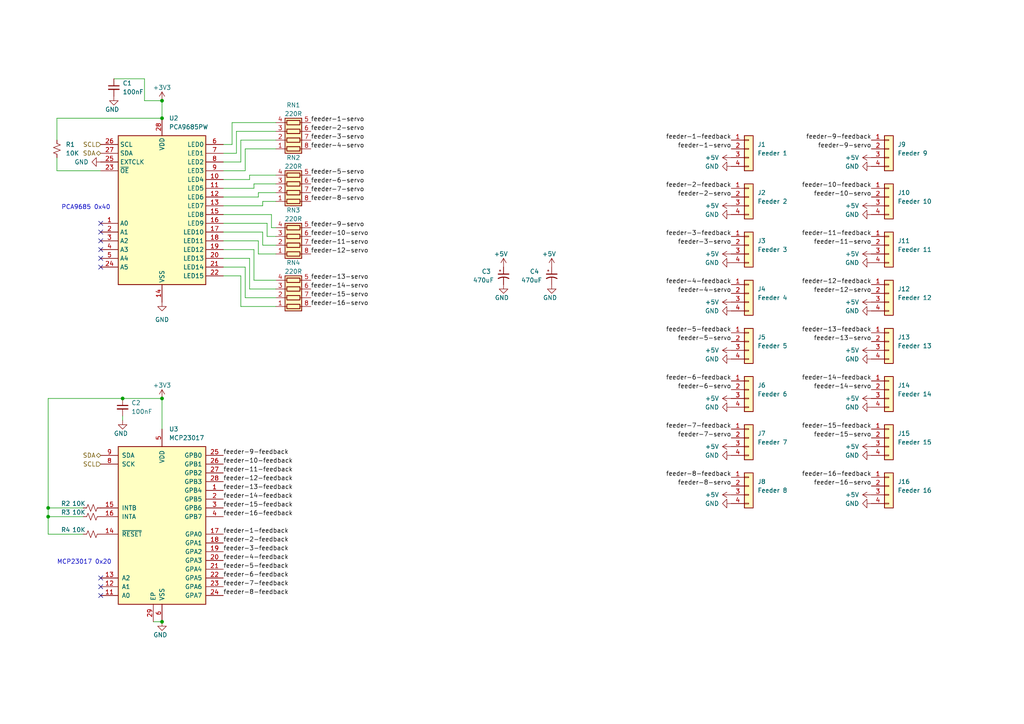
<source format=kicad_sch>
(kicad_sch (version 20211123) (generator eeschema)
  (paper "A4")
  (lib_symbols
    (symbol "Connector_Generic:Conn_01x04" (pin_names (offset 1.016) hide)
      (property "Reference" "J" (at 0 5.08 0))
      (property "Value" "Conn_01x04" (at 0 -7.62 0))
      (symbol "Conn_01x04_1_1"
        (rectangle (start -1.27 -4.953) (end 0 -5.207) (stroke (width 0.1524)))
        (rectangle (start -1.27 -2.413) (end 0 -2.667) (stroke (width 0.1524)))
        (rectangle (start -1.27 0.127) (end 0 -0.127) (stroke (width 0.1524)))
        (rectangle (start -1.27 2.667) (end 0 2.413) (stroke (width 0.1524)))
        (rectangle (start -1.27 3.81) (end 1.27 -6.35) (stroke (width 0.254)) (fill (type background)))
        (pin passive line (at -5.08 2.54 0) (length 3.81) (name "Pin_1") (number "1"))
        (pin passive line (at -5.08 0 0) (length 3.81) (name "Pin_2") (number "2"))
        (pin passive line (at -5.08 -2.54 0) (length 3.81) (name "Pin_3") (number "3"))
        (pin passive line (at -5.08 -5.08 0) (length 3.81) (name "Pin_4") (number "4"))
      )
    )
    (symbol "Device:C_Polarized_Small_US" (pin_numbers hide) (pin_names (offset 0.254) hide)
      (property "Reference" "C" (at 0.254 1.778 0))
      (property "Value" "C_Polarized_Small_US" (at 0.254 -2.032 0))
      (symbol "C_Polarized_Small_US_0_1"
        (polyline (pts (xy -1.524 0.508) (xy 1.524 0.508)) (stroke (width 0.3048)))
        (polyline (pts (xy -1.27 1.524) (xy -0.762 1.524)))
        (polyline (pts (xy -1.016 1.27) (xy -1.016 1.778)))
        (arc (start 1.524 -0.762) (mid 0 -0.3734) (end -1.524 -0.762) (stroke (width 0.3048)))
      )
      (symbol "C_Polarized_Small_US_1_1"
        (pin passive line (at 0 2.54 270) (length 2.032) (name "~") (number "1"))
        (pin passive line (at 0 -2.54 90) (length 2.032) (name "~") (number "2"))
      )
    )
    (symbol "Device:C_Small" (pin_numbers hide) (pin_names (offset 0.254) hide)
      (property "Reference" "C" (at 0.254 1.778 0))
      (property "Value" "C_Small" (at 0.254 -2.032 0))
      (symbol "C_Small_0_1"
        (polyline (pts (xy -1.524 -0.508) (xy 1.524 -0.508)) (stroke (width 0.3302)))
        (polyline (pts (xy -1.524 0.508) (xy 1.524 0.508)) (stroke (width 0.3048)))
      )
      (symbol "C_Small_1_1"
        (pin passive line (at 0 2.54 270) (length 2.032) (name "~") (number "1"))
        (pin passive line (at 0 -2.54 90) (length 2.032) (name "~") (number "2"))
      )
    )
    (symbol "Device:R_Pack04" (pin_names (offset 0) hide)
      (property "Reference" "RN" (at -7.62 0 90))
      (property "Value" "R_Pack04" (at 5.08 0 90))
      (symbol "R_Pack04_0_1"
        (rectangle (start -6.35 -2.413) (end 3.81 2.413) (stroke (width 0.254)) (fill (type background)))
        (rectangle (start -5.715 1.905) (end -4.445 -1.905) (stroke (width 0.254)))
        (rectangle (start -3.175 1.905) (end -1.905 -1.905) (stroke (width 0.254)))
        (rectangle (start -0.635 1.905) (end 0.635 -1.905) (stroke (width 0.254)))
        (polyline (pts (xy -5.08 -2.54) (xy -5.08 -1.905)))
        (polyline (pts (xy -5.08 1.905) (xy -5.08 2.54)))
        (polyline (pts (xy -2.54 -2.54) (xy -2.54 -1.905)))
        (polyline (pts (xy -2.54 1.905) (xy -2.54 2.54)))
        (polyline (pts (xy 0 -2.54) (xy 0 -1.905)))
        (polyline (pts (xy 0 1.905) (xy 0 2.54)))
        (polyline (pts (xy 2.54 -2.54) (xy 2.54 -1.905)))
        (polyline (pts (xy 2.54 1.905) (xy 2.54 2.54)))
        (rectangle (start 1.905 1.905) (end 3.175 -1.905) (stroke (width 0.254)))
      )
      (symbol "R_Pack04_1_1"
        (pin passive line (at -5.08 -5.08 90) (length 2.54) (name "R1.1") (number "1"))
        (pin passive line (at -2.54 -5.08 90) (length 2.54) (name "R2.1") (number "2"))
        (pin passive line (at 0 -5.08 90) (length 2.54) (name "R3.1") (number "3"))
        (pin passive line (at 2.54 -5.08 90) (length 2.54) (name "R4.1") (number "4"))
        (pin passive line (at 2.54 5.08 270) (length 2.54) (name "R4.2") (number "5"))
        (pin passive line (at 0 5.08 270) (length 2.54) (name "R3.2") (number "6"))
        (pin passive line (at -2.54 5.08 270) (length 2.54) (name "R2.2") (number "7"))
        (pin passive line (at -5.08 5.08 270) (length 2.54) (name "R1.2") (number "8"))
      )
    )
    (symbol "Device:R_Small_US" (pin_numbers hide) (pin_names (offset 0.254) hide)
      (property "Reference" "R" (at 0.762 0.508 0))
      (property "Value" "R_Small_US" (at 0.762 -1.016 0))
      (symbol "R_Small_US_1_1"
        (polyline (pts (xy 0 0) (xy 1.016 -0.381) (xy 0 -0.762) (xy -1.016 -1.143) (xy 0 -1.524)))
        (polyline (pts (xy 0 1.524) (xy 1.016 1.143) (xy 0 0.762) (xy -1.016 0.381) (xy 0 0)))
        (pin passive line (at 0 2.54 270) (length 1.016) (name "~") (number "1"))
        (pin passive line (at 0 -2.54 90) (length 1.016) (name "~") (number "2"))
      )
    )
    (symbol "Driver_LED:PCA9685PW"
      (property "Reference" "U" (at -12.7 22.225 0))
      (property "Value" "PCA9685PW" (at 1.27 22.225 0))
      (symbol "PCA9685PW_0_1"
        (rectangle (start -12.7 20.32) (end 12.7 -22.86) (stroke (width 0.254)) (fill (type background)))
      )
      (symbol "PCA9685PW_1_1"
        (pin input line (at -17.78 -5.08 0) (length 5.08) (name "A0") (number "1"))
        (pin output line (at 17.78 7.62 180) (length 5.08) (name "LED4") (number "10"))
        (pin output line (at 17.78 5.08 180) (length 5.08) (name "LED5") (number "11"))
        (pin output line (at 17.78 2.54 180) (length 5.08) (name "LED6") (number "12"))
        (pin output line (at 17.78 0 180) (length 5.08) (name "LED7") (number "13"))
        (pin power_in line (at 0 -27.94 90) (length 5.08) (name "VSS") (number "14"))
        (pin output line (at 17.78 -2.54 180) (length 5.08) (name "LED8") (number "15"))
        (pin output line (at 17.78 -5.08 180) (length 5.08) (name "LED9") (number "16"))
        (pin output line (at 17.78 -7.62 180) (length 5.08) (name "LED10") (number "17"))
        (pin output line (at 17.78 -10.16 180) (length 5.08) (name "LED11") (number "18"))
        (pin output line (at 17.78 -12.7 180) (length 5.08) (name "LED12") (number "19"))
        (pin input line (at -17.78 -7.62 0) (length 5.08) (name "A1") (number "2"))
        (pin output line (at 17.78 -15.24 180) (length 5.08) (name "LED13") (number "20"))
        (pin output line (at 17.78 -17.78 180) (length 5.08) (name "LED14") (number "21"))
        (pin output line (at 17.78 -20.32 180) (length 5.08) (name "LED15") (number "22"))
        (pin input line (at -17.78 10.16 0) (length 5.08) (name "~{OE}") (number "23"))
        (pin input line (at -17.78 -17.78 0) (length 5.08) (name "A5") (number "24"))
        (pin input line (at -17.78 12.7 0) (length 5.08) (name "EXTCLK") (number "25"))
        (pin input line (at -17.78 17.78 0) (length 5.08) (name "SCL") (number "26"))
        (pin bidirectional line (at -17.78 15.24 0) (length 5.08) (name "SDA") (number "27"))
        (pin power_in line (at 0 25.4 270) (length 5.08) (name "VDD") (number "28"))
        (pin input line (at -17.78 -10.16 0) (length 5.08) (name "A2") (number "3"))
        (pin input line (at -17.78 -12.7 0) (length 5.08) (name "A3") (number "4"))
        (pin input line (at -17.78 -15.24 0) (length 5.08) (name "A4") (number "5"))
        (pin output line (at 17.78 17.78 180) (length 5.08) (name "LED0") (number "6"))
        (pin output line (at 17.78 15.24 180) (length 5.08) (name "LED1") (number "7"))
        (pin output line (at 17.78 12.7 180) (length 5.08) (name "LED2") (number "8"))
        (pin output line (at 17.78 10.16 180) (length 5.08) (name "LED3") (number "9"))
      )
    )
    (symbol "Interface_Expansion:MCP23017_ML" (pin_names (offset 1.016))
      (property "Reference" "U" (at -11.43 24.13 0))
      (property "Value" "MCP23017_ML" (at 0 0 0))
      (symbol "MCP23017_ML_0_1"
        (rectangle (start -12.7 22.86) (end 12.7 -22.86) (stroke (width 0.254)) (fill (type background)))
      )
      (symbol "MCP23017_ML_1_1"
        (pin bidirectional line (at 17.78 10.16 180) (length 5.08) (name "GPB4") (number "1"))
        (pin no_connect line (at -12.7 12.7 0) (length 5.08) hide (name "NC") (number "10"))
        (pin input line (at -17.78 -20.32 0) (length 5.08) (name "A0") (number "11"))
        (pin input line (at -17.78 -17.78 0) (length 5.08) (name "A1") (number "12"))
        (pin input line (at -17.78 -15.24 0) (length 5.08) (name "A2") (number "13"))
        (pin input line (at -17.78 -2.54 0) (length 5.08) (name "~{RESET}") (number "14"))
        (pin tri_state line (at -17.78 5.08 0) (length 5.08) (name "INTB") (number "15"))
        (pin tri_state line (at -17.78 2.54 0) (length 5.08) (name "INTA") (number "16"))
        (pin bidirectional line (at 17.78 -2.54 180) (length 5.08) (name "GPA0") (number "17"))
        (pin bidirectional line (at 17.78 -5.08 180) (length 5.08) (name "GPA1") (number "18"))
        (pin bidirectional line (at 17.78 -7.62 180) (length 5.08) (name "GPA2") (number "19"))
        (pin bidirectional line (at 17.78 7.62 180) (length 5.08) (name "GPB5") (number "2"))
        (pin bidirectional line (at 17.78 -10.16 180) (length 5.08) (name "GPA3") (number "20"))
        (pin bidirectional line (at 17.78 -12.7 180) (length 5.08) (name "GPA4") (number "21"))
        (pin bidirectional line (at 17.78 -15.24 180) (length 5.08) (name "GPA5") (number "22"))
        (pin bidirectional line (at 17.78 -17.78 180) (length 5.08) (name "GPA6") (number "23"))
        (pin bidirectional line (at 17.78 -20.32 180) (length 5.08) (name "GPA7") (number "24"))
        (pin bidirectional line (at 17.78 20.32 180) (length 5.08) (name "GPB0") (number "25"))
        (pin bidirectional line (at 17.78 17.78 180) (length 5.08) (name "GPB1") (number "26"))
        (pin bidirectional line (at 17.78 15.24 180) (length 5.08) (name "GPB2") (number "27"))
        (pin bidirectional line (at 17.78 12.7 180) (length 5.08) (name "GPB3") (number "28"))
        (pin passive line (at -2.54 -27.94 90) (length 5.08) (name "EP") (number "29"))
        (pin bidirectional line (at 17.78 5.08 180) (length 5.08) (name "GPB6") (number "3"))
        (pin bidirectional line (at 17.78 2.54 180) (length 5.08) (name "GPB7") (number "4"))
        (pin power_in line (at 0 27.94 270) (length 5.08) (name "VDD") (number "5"))
        (pin power_in line (at 0 -27.94 90) (length 5.08) (name "VSS") (number "6"))
        (pin no_connect line (at -12.7 15.24 0) (length 5.08) hide (name "NC") (number "7"))
        (pin input line (at -17.78 17.78 0) (length 5.08) (name "SCK") (number "8"))
        (pin bidirectional line (at -17.78 20.32 0) (length 5.08) (name "SDA") (number "9"))
      )
    )
    (symbol "power:+3V3" (power) (pin_names (offset 0))
      (property "Value" "+3V3" (at 0 3.556 0))
      (symbol "+3V3_0_1"
        (polyline (pts (xy -0.762 1.27) (xy 0 2.54)))
        (polyline (pts (xy 0 0) (xy 0 2.54)))
        (polyline (pts (xy 0 2.54) (xy 0.762 1.27)))
      )
      (symbol "+3V3_1_1"
        (pin power_in line (at 0 0 90) (length 0) hide (name "+3V3") (number "1"))
      )
    )
    (symbol "power:+5V" (power) (pin_names (offset 0))
      (property "Value" "+5V" (at 0 3.556 0))
      (symbol "+5V_0_1"
        (polyline (pts (xy -0.762 1.27) (xy 0 2.54)))
        (polyline (pts (xy 0 0) (xy 0 2.54)))
        (polyline (pts (xy 0 2.54) (xy 0.762 1.27)))
      )
      (symbol "+5V_1_1"
        (pin power_in line (at 0 0 90) (length 0) hide (name "+5V") (number "1"))
      )
    )
    (symbol "power:GND" (power) (pin_names (offset 0))
      (property "Value" "GND" (at 0 -3.81 0))
      (symbol "GND_0_1"
        (polyline (pts (xy 0 0) (xy 0 -1.27) (xy 1.27 -1.27) (xy 0 -2.54) (xy -1.27 -1.27) (xy 0 -1.27)))
      )
      (symbol "GND_1_1"
        (pin power_in line (at 0 0 270) (length 0) hide (name "GND") (number "1"))
      )
    )
  )
  (junction (at 13.97 149.86))
  (junction (at 13.97 147.32))
  (junction (at 46.99 34.29))
  (junction (at 46.99 29.21))
  (junction (at 46.99 115.57))
  (junction (at 35.56 115.57))
  (junction (at 46.99 180.34))
  (no_connect (at 29.21 69.85))
  (no_connect (at 29.21 72.39))
  (no_connect (at 29.21 74.93))
  (no_connect (at 29.21 77.47))
  (no_connect (at 29.21 64.77))
  (no_connect (at 29.21 67.31))
  (no_connect (at 29.21 170.18))
  (no_connect (at 29.21 167.64))
  (no_connect (at 29.21 172.72))
  (wire (pts (xy 13.97 147.32) (xy 24.13 147.32)))
  (wire (pts (xy 13.97 149.86) (xy 13.97 154.94)))
  (wire (pts (xy 69.85 40.64) (xy 80.01 40.64)))
  (wire (pts (xy 78.74 66.04) (xy 80.01 66.04)))
  (wire (pts (xy 72.39 74.93) (xy 64.77 74.93)))
  (wire (pts (xy 73.66 54.61) (xy 64.77 54.61)))
  (wire (pts (xy 64.77 41.91) (xy 67.31 41.91)))
  (wire (pts (xy 74.93 57.15) (xy 74.93 55.88)))
  (wire (pts (xy 72.39 50.8) (xy 80.01 50.8)))
  (wire (pts (xy 80.01 58.42) (xy 76.2 58.42)))
  (wire (pts (xy 76.2 58.42) (xy 76.2 59.69)))
  (wire (pts (xy 76.2 59.69) (xy 64.77 59.69)))
  (wire (pts (xy 16.51 45.72) (xy 16.51 49.53)))
  (wire (pts (xy 80.01 53.34) (xy 73.66 53.34)))
  (wire (pts (xy 13.97 149.86) (xy 24.13 149.86)))
  (wire (pts (xy 69.85 80.01) (xy 64.77 80.01)))
  (wire (pts (xy 35.56 115.57) (xy 13.97 115.57)))
  (wire (pts (xy 35.56 121.92) (xy 35.56 120.65)))
  (wire (pts (xy 80.01 88.9) (xy 69.85 88.9)))
  (wire (pts (xy 74.93 73.66) (xy 80.01 73.66)))
  (wire (pts (xy 69.85 46.99) (xy 69.85 40.64)))
  (wire (pts (xy 80.01 68.58) (xy 77.47 68.58)))
  (wire (pts (xy 68.58 44.45) (xy 64.77 44.45)))
  (wire (pts (xy 77.47 64.77) (xy 64.77 64.77)))
  (wire (pts (xy 46.99 115.57) (xy 46.99 124.46)))
  (wire (pts (xy 74.93 55.88) (xy 80.01 55.88)))
  (wire (pts (xy 44.45 180.34) (xy 46.99 180.34)))
  (wire (pts (xy 77.47 68.58) (xy 77.47 64.77)))
  (wire (pts (xy 80.01 83.82) (xy 72.39 83.82)))
  (wire (pts (xy 80.01 43.18) (xy 71.12 43.18)))
  (wire (pts (xy 73.66 81.28) (xy 80.01 81.28)))
  (wire (pts (xy 64.77 77.47) (xy 71.12 77.47)))
  (wire (pts (xy 16.51 34.29) (xy 16.51 40.64)))
  (wire (pts (xy 67.31 41.91) (xy 67.31 35.56)))
  (wire (pts (xy 33.02 22.86) (xy 41.91 22.86)))
  (wire (pts (xy 76.2 67.31) (xy 76.2 71.12)))
  (wire (pts (xy 64.77 67.31) (xy 76.2 67.31)))
  (wire (pts (xy 76.2 71.12) (xy 80.01 71.12)))
  (wire (pts (xy 71.12 43.18) (xy 71.12 49.53)))
  (wire (pts (xy 71.12 86.36) (xy 80.01 86.36)))
  (wire (pts (xy 69.85 88.9) (xy 69.85 80.01)))
  (wire (pts (xy 16.51 49.53) (xy 29.21 49.53)))
  (wire (pts (xy 41.91 22.86) (xy 41.91 29.21)))
  (wire (pts (xy 13.97 154.94) (xy 24.13 154.94)))
  (wire (pts (xy 74.93 69.85) (xy 74.93 73.66)))
  (wire (pts (xy 64.77 52.07) (xy 72.39 52.07)))
  (wire (pts (xy 72.39 83.82) (xy 72.39 74.93)))
  (wire (pts (xy 64.77 49.53) (xy 71.12 49.53)))
  (wire (pts (xy 41.91 29.21) (xy 46.99 29.21)))
  (wire (pts (xy 64.77 62.23) (xy 78.74 62.23)))
  (wire (pts (xy 13.97 115.57) (xy 13.97 147.32)))
  (wire (pts (xy 64.77 57.15) (xy 74.93 57.15)))
  (wire (pts (xy 73.66 53.34) (xy 73.66 54.61)))
  (wire (pts (xy 71.12 77.47) (xy 71.12 86.36)))
  (wire (pts (xy 46.99 34.29) (xy 16.51 34.29)))
  (wire (pts (xy 35.56 115.57) (xy 46.99 115.57)))
  (wire (pts (xy 68.58 38.1) (xy 68.58 44.45)))
  (wire (pts (xy 64.77 72.39) (xy 73.66 72.39)))
  (wire (pts (xy 13.97 147.32) (xy 13.97 149.86)))
  (wire (pts (xy 64.77 46.99) (xy 69.85 46.99)))
  (wire (pts (xy 80.01 38.1) (xy 68.58 38.1)))
  (wire (pts (xy 72.39 52.07) (xy 72.39 50.8)))
  (wire (pts (xy 78.74 62.23) (xy 78.74 66.04)))
  (wire (pts (xy 67.31 35.56) (xy 80.01 35.56)))
  (wire (pts (xy 64.77 69.85) (xy 74.93 69.85)))
  (wire (pts (xy 46.99 29.21) (xy 46.99 34.29)))
  (wire (pts (xy 73.66 72.39) (xy 73.66 81.28)))
  (text "MCP23017 0x20" (at 16.51 163.83 0) (effects (font (size 1.27 1.27)) (justify left bottom)))
  (text "PCA9685 0x40" (at 17.78 60.96 0) (effects (font (size 1.27 1.27)) (justify left bottom)))
  (label "feeder-6-feedback" (at 64.77 167.64 0))
  (label "feeder-1-feedback" (at 212.09 40.64 180))
  (label "feeder-16-feedback" (at 252.73 138.43 180))
  (label "feeder-13-feedback" (at 64.77 142.24 0))
  (label "feeder-6-servo" (at 212.09 113.03 180))
  (label "feeder-7-feedback" (at 212.09 124.46 180))
  (label "feeder-13-feedback" (at 252.73 96.52 180))
  (label "feeder-1-servo" (at 90.17 35.56 0))
  (label "feeder-5-feedback" (at 64.77 165.1 0))
  (label "feeder-14-servo" (at 252.73 113.03 180))
  (label "feeder-7-feedback" (at 64.77 170.18 0))
  (label "feeder-11-servo" (at 90.17 71.12 0))
  (label "feeder-5-servo" (at 212.09 99.06 180))
  (label "feeder-10-servo" (at 252.73 57.15 180))
  (label "feeder-9-feedback" (at 252.73 40.64 180))
  (label "feeder-3-feedback" (at 64.77 160.02 0))
  (label "feeder-10-feedback" (at 252.73 54.61 180))
  (label "feeder-8-servo" (at 212.09 140.97 180))
  (label "feeder-15-feedback" (at 252.73 124.46 180))
  (label "feeder-14-feedback" (at 252.73 110.49 180))
  (label "feeder-15-servo" (at 252.73 127 180))
  (label "feeder-5-servo" (at 90.17 50.8 0))
  (label "feeder-2-feedback" (at 64.77 157.48 0))
  (label "feeder-12-servo" (at 252.73 85.09 180))
  (label "feeder-8-feedback" (at 212.09 138.43 180))
  (label "feeder-1-feedback" (at 64.77 154.94 0))
  (label "feeder-4-feedback" (at 64.77 162.56 0))
  (label "feeder-14-feedback" (at 64.77 144.78 0))
  (label "feeder-9-feedback" (at 64.77 132.08 0))
  (label "feeder-11-feedback" (at 64.77 137.16 0))
  (label "feeder-15-feedback" (at 64.77 147.32 0))
  (label "feeder-3-feedback" (at 212.09 68.58 180))
  (label "feeder-1-servo" (at 212.09 43.18 180))
  (label "feeder-16-servo" (at 252.73 140.97 180))
  (label "feeder-12-servo" (at 90.17 73.66 0))
  (label "feeder-4-feedback" (at 212.09 82.55 180))
  (label "feeder-11-servo" (at 252.73 71.12 180))
  (label "feeder-6-servo" (at 90.17 53.34 0))
  (label "feeder-9-servo" (at 252.73 43.18 180))
  (label "feeder-8-feedback" (at 64.77 172.72 0))
  (label "feeder-16-servo" (at 90.17 88.9 0))
  (label "feeder-5-feedback" (at 212.09 96.52 180))
  (label "feeder-2-servo" (at 90.17 38.1 0))
  (label "feeder-2-servo" (at 212.09 57.15 180))
  (label "feeder-4-servo" (at 212.09 85.09 180))
  (label "feeder-3-servo" (at 90.17 40.64 0))
  (label "feeder-10-servo" (at 90.17 68.58 0))
  (label "feeder-9-servo" (at 90.17 66.04 0))
  (label "feeder-16-feedback" (at 64.77 149.86 0))
  (label "feeder-14-servo" (at 90.17 83.82 0))
  (label "feeder-7-servo" (at 212.09 127 180))
  (label "feeder-12-feedback" (at 252.73 82.55 180))
  (label "feeder-13-servo" (at 90.17 81.28 0))
  (label "feeder-12-feedback" (at 64.77 139.7 0))
  (label "feeder-11-feedback" (at 252.73 68.58 180))
  (label "feeder-3-servo" (at 212.09 71.12 180))
  (label "feeder-2-feedback" (at 212.09 54.61 180))
  (label "feeder-10-feedback" (at 64.77 134.62 0))
  (label "feeder-6-feedback" (at 212.09 110.49 180))
  (label "feeder-8-servo" (at 90.17 58.42 0))
  (label "feeder-7-servo" (at 90.17 55.88 0))
  (label "feeder-15-servo" (at 90.17 86.36 0))
  (label "feeder-13-servo" (at 252.73 99.06 180))
  (label "feeder-4-servo" (at 90.17 43.18 0))
  (hierarchical_label "SCL" (shape input) (at 29.21 134.62 180))
  (hierarchical_label "SDA" (shape bidirectional) (at 29.21 132.08 180))
  (hierarchical_label "SCL" (shape input) (at 29.21 41.91 180))
  (hierarchical_label "SDA" (shape bidirectional) (at 29.21 44.45 180))
  (symbol (lib_id "Device:C_Small") (at 33.02 25.4 0) (unit 1)
    (property "Reference" "C1" (at 35.56 24.1362 0) (effects (justify left)))
    (property "Value" "100nF" (at 35.56 26.6762 0) (effects (justify left)))
    (property "Footprint" "Capacitor_SMD:C_0603_1608Metric_Pad1.08x0.95mm_HandSolder" (effects hide))
    (property "Mouser" "791-0603B822K250CT" (effects hide))
    (property "LCSC" "C113812" (effects hide))
  )
  (symbol (lib_id "power:GND") (at 35.56 121.92 0) (unit 1)
    (property "Reference" "#PWR05" (effects hide))
    (property "Value" "GND" (at 33.02 125.73 0) (effects (justify left)))
  )
  (symbol (lib_id "Connector_Generic:Conn_01x04") (at 217.17 140.97 0) (unit 1)
    (property "Reference" "J8" (at 219.71 139.6999 0) (effects (justify left)))
    (property "Value" "Feeder 8" (at 219.71 142.2399 0) (effects (justify left)))
    (property "Footprint" "Connector_PinHeader_2.54mm:PinHeader_1x04_P2.54mm_Vertical" (effects hide))
  )
  (symbol (lib_id "Device:R_Pack04") (at 85.09 53.34 270) (mirror x) (unit 1)
    (property "Reference" "RN2" (at 85.09 45.72 90))
    (property "Value" "220R" (at 85.09 48.26 90))
    (property "Footprint" "Resistor_SMD:R_Array_Concave_4x0402" (effects hide))
  )
  (symbol (lib_id "power:GND") (at 252.73 132.08 270) (unit 1)
    (property "Reference" "#PWR043" (effects hide))
    (property "Value" "GND" (at 245.11 132.08 90) (effects (justify left)))
  )
  (symbol (lib_id "power:GND") (at 46.99 87.63 0) (unit 1)
    (property "Reference" "#PWR07" (effects hide))
    (property "Value" "GND" (at 46.99 92.71 0))
  )
  (symbol (lib_id "Device:C_Small") (at 35.56 118.11 0) (unit 1)
    (property "Reference" "C2" (at 38.1 116.8462 0) (effects (justify left)))
    (property "Value" "100nF" (at 38.1 119.3862 0) (effects (justify left)))
    (property "Footprint" "Capacitor_SMD:C_0603_1608Metric_Pad1.08x0.95mm_HandSolder" (effects hide))
    (property "Mouser" "791-0603B822K250CT" (effects hide))
    (property "LCSC" "C113812" (effects hide))
  )
  (symbol (lib_id "power:GND") (at 29.21 46.99 270) (unit 1)
    (property "Reference" "#PWR03" (effects hide))
    (property "Value" "GND" (at 21.59 46.99 90) (effects (justify left)))
  )
  (symbol (lib_id "Device:R_Small_US") (at 26.67 154.94 90) (unit 1)
    (property "Reference" "R4" (at 19.05 153.67 90))
    (property "Value" "10K" (at 22.86 153.67 90))
    (property "Footprint" "Resistor_SMD:R_0603_1608Metric_Pad0.98x0.95mm_HandSolder" (effects hide))
    (property "Mouser" "279-CRGCQ0603F10K" (effects hide))
    (property "LCSC" "C98220" (effects hide))
  )
  (symbol (lib_id "Connector_Generic:Conn_01x04") (at 257.81 57.15 0) (unit 1)
    (property "Reference" "J10" (at 260.35 55.8799 0) (effects (justify left)))
    (property "Value" "Feeder 10" (at 260.35 58.4199 0) (effects (justify left)))
    (property "Footprint" "Connector_PinHeader_2.54mm:PinHeader_1x04_P2.54mm_Vertical" (effects hide))
  )
  (symbol (lib_id "power:GND") (at 252.73 62.23 270) (unit 1)
    (property "Reference" "#PWR033" (effects hide))
    (property "Value" "GND" (at 245.11 62.23 90) (effects (justify left)))
  )
  (symbol (lib_id "power:GND") (at 252.73 90.17 270) (unit 1)
    (property "Reference" "#PWR037" (effects hide))
    (property "Value" "GND" (at 245.11 90.17 90) (effects (justify left)))
  )
  (symbol (lib_id "power:+5V") (at 212.09 59.69 90) (unit 1)
    (property "Reference" "#PWR016" (effects hide))
    (property "Value" "+5V" (at 204.47 59.69 90) (effects (justify right)))
  )
  (symbol (lib_id "Connector_Generic:Conn_01x04") (at 257.81 43.18 0) (unit 1)
    (property "Reference" "J9" (at 260.35 41.9099 0) (effects (justify left)))
    (property "Value" "Feeder 9" (at 260.35 44.4499 0) (effects (justify left)))
    (property "Footprint" "Connector_PinHeader_2.54mm:PinHeader_1x04_P2.54mm_Vertical" (effects hide))
  )
  (symbol (lib_id "power:+3V3") (at 46.99 29.21 0) (unit 1)
    (property "Reference" "#PWR06" (effects hide))
    (property "Value" "+3V3" (at 46.99 25.4 0))
  )
  (symbol (lib_id "Device:R_Small_US") (at 26.67 149.86 90) (unit 1)
    (property "Reference" "R3" (at 19.05 148.59 90))
    (property "Value" "10K" (at 22.86 148.59 90))
    (property "Footprint" "Resistor_SMD:R_0603_1608Metric_Pad0.98x0.95mm_HandSolder" (effects hide))
    (property "Mouser" "279-CRGCQ0603F10K" (effects hide))
    (property "LCSC" "C98220" (effects hide))
  )
  (symbol (lib_id "power:GND") (at 212.09 146.05 270) (unit 1)
    (property "Reference" "#PWR029" (effects hide))
    (property "Value" "GND" (at 204.47 146.05 90) (effects (justify left)))
  )
  (symbol (lib_id "Connector_Generic:Conn_01x04") (at 217.17 71.12 0) (unit 1)
    (property "Reference" "J3" (at 219.71 69.8499 0) (effects (justify left)))
    (property "Value" "Feeder 3" (at 219.71 72.3899 0) (effects (justify left)))
    (property "Footprint" "Connector_PinHeader_2.54mm:PinHeader_1x04_P2.54mm_Vertical" (effects hide))
  )
  (symbol (lib_id "Connector_Generic:Conn_01x04") (at 217.17 57.15 0) (unit 1)
    (property "Reference" "J2" (at 219.71 55.8799 0) (effects (justify left)))
    (property "Value" "Feeder 2" (at 219.71 58.4199 0) (effects (justify left)))
    (property "Footprint" "Connector_PinHeader_2.54mm:PinHeader_1x04_P2.54mm_Vertical" (effects hide))
  )
  (symbol (lib_id "power:GND") (at 33.02 27.94 0) (unit 1)
    (property "Reference" "#PWR04" (effects hide))
    (property "Value" "GND" (at 30.48 31.75 0) (effects (justify left)))
  )
  (symbol (lib_id "Connector_Generic:Conn_01x04") (at 217.17 127 0) (unit 1)
    (property "Reference" "J7" (at 219.71 125.7299 0) (effects (justify left)))
    (property "Value" "Feeder 7" (at 219.71 128.2699 0) (effects (justify left)))
    (property "Footprint" "Connector_PinHeader_2.54mm:PinHeader_1x04_P2.54mm_Vertical" (effects hide))
  )
  (symbol (lib_id "power:GND") (at 212.09 132.08 270) (unit 1)
    (property "Reference" "#PWR027" (effects hide))
    (property "Value" "GND" (at 204.47 132.08 90) (effects (justify left)))
  )
  (symbol (lib_id "power:+5V") (at 252.73 101.6 90) (unit 1)
    (property "Reference" "#PWR038" (effects hide))
    (property "Value" "+5V" (at 245.11 101.6 90) (effects (justify right)))
  )
  (symbol (lib_id "power:GND") (at 252.73 118.11 270) (unit 1)
    (property "Reference" "#PWR041" (effects hide))
    (property "Value" "GND" (at 245.11 118.11 90) (effects (justify left)))
  )
  (symbol (lib_id "Connector_Generic:Conn_01x04") (at 257.81 127 0) (unit 1)
    (property "Reference" "J15" (at 260.35 125.7299 0) (effects (justify left)))
    (property "Value" "Feeder 15" (at 260.35 128.2699 0) (effects (justify left)))
    (property "Footprint" "Connector_PinHeader_2.54mm:PinHeader_1x04_P2.54mm_Vertical" (effects hide))
  )
  (symbol (lib_id "power:GND") (at 146.05 82.55 0) (unit 1)
    (property "Reference" "#PWR011" (effects hide))
    (property "Value" "GND" (at 143.51 86.36 0) (effects (justify left)))
  )
  (symbol (lib_id "power:+5V") (at 252.73 143.51 90) (unit 1)
    (property "Reference" "#PWR044" (effects hide))
    (property "Value" "+5V" (at 245.11 143.51 90) (effects (justify right)))
  )
  (symbol (lib_id "power:+5V") (at 212.09 73.66 90) (unit 1)
    (property "Reference" "#PWR018" (effects hide))
    (property "Value" "+5V" (at 204.47 73.66 90) (effects (justify right)))
  )
  (symbol (lib_id "power:GND") (at 212.09 48.26 270) (unit 1)
    (property "Reference" "#PWR015" (effects hide))
    (property "Value" "GND" (at 204.47 48.26 90) (effects (justify left)))
  )
  (symbol (lib_id "power:+5V") (at 212.09 129.54 90) (unit 1)
    (property "Reference" "#PWR026" (effects hide))
    (property "Value" "+5V" (at 204.47 129.54 90) (effects (justify right)))
  )
  (symbol (lib_id "Connector_Generic:Conn_01x04") (at 217.17 113.03 0) (unit 1)
    (property "Reference" "J6" (at 219.71 111.7599 0) (effects (justify left)))
    (property "Value" "Feeder 6" (at 219.71 114.2999 0) (effects (justify left)))
    (property "Footprint" "Connector_PinHeader_2.54mm:PinHeader_1x04_P2.54mm_Vertical" (effects hide))
  )
  (symbol (lib_id "power:+5V") (at 252.73 45.72 90) (unit 1)
    (property "Reference" "#PWR030" (effects hide))
    (property "Value" "+5V" (at 245.11 45.72 90) (effects (justify right)))
  )
  (symbol (lib_id "power:GND") (at 212.09 90.17 270) (unit 1)
    (property "Reference" "#PWR021" (effects hide))
    (property "Value" "GND" (at 204.47 90.17 90) (effects (justify left)))
  )
  (symbol (lib_id "power:GND") (at 252.73 104.14 270) (unit 1)
    (property "Reference" "#PWR039" (effects hide))
    (property "Value" "GND" (at 245.11 104.14 90) (effects (justify left)))
  )
  (symbol (lib_id "power:+5V") (at 146.05 77.47 0) (unit 1)
    (property "Reference" "#PWR010" (effects hide))
    (property "Value" "+5V" (at 147.32 73.66 0) (effects (justify right)))
  )
  (symbol (lib_id "Connector_Generic:Conn_01x04") (at 257.81 140.97 0) (unit 1)
    (property "Reference" "J16" (at 260.35 139.6999 0) (effects (justify left)))
    (property "Value" "Feeder 16" (at 260.35 142.2399 0) (effects (justify left)))
    (property "Footprint" "Connector_PinHeader_2.54mm:PinHeader_1x04_P2.54mm_Vertical" (effects hide))
  )
  (symbol (lib_id "power:GND") (at 212.09 76.2 270) (unit 1)
    (property "Reference" "#PWR019" (effects hide))
    (property "Value" "GND" (at 204.47 76.2 90) (effects (justify left)))
  )
  (symbol (lib_id "power:GND") (at 212.09 118.11 270) (unit 1)
    (property "Reference" "#PWR025" (effects hide))
    (property "Value" "GND" (at 204.47 118.11 90) (effects (justify left)))
  )
  (symbol (lib_id "power:GND") (at 252.73 76.2 270) (unit 1)
    (property "Reference" "#PWR035" (effects hide))
    (property "Value" "GND" (at 245.11 76.2 90) (effects (justify left)))
  )
  (symbol (lib_id "power:+5V") (at 212.09 115.57 90) (unit 1)
    (property "Reference" "#PWR024" (effects hide))
    (property "Value" "+5V" (at 204.47 115.57 90) (effects (justify right)))
  )
  (symbol (lib_id "power:GND") (at 160.02 82.55 0) (unit 1)
    (property "Reference" "#PWR013" (effects hide))
    (property "Value" "GND" (at 157.48 86.36 0) (effects (justify left)))
  )
  (symbol (lib_id "power:GND") (at 212.09 62.23 270) (unit 1)
    (property "Reference" "#PWR017" (effects hide))
    (property "Value" "GND" (at 204.47 62.23 90) (effects (justify left)))
  )
  (symbol (lib_id "Device:R_Small_US") (at 26.67 147.32 90) (unit 1)
    (property "Reference" "R2" (at 19.05 146.05 90))
    (property "Value" "10K" (at 22.86 146.05 90))
    (property "Footprint" "Resistor_SMD:R_0603_1608Metric_Pad0.98x0.95mm_HandSolder" (effects hide))
    (property "Mouser" "279-CRGCQ0603F10K" (effects hide))
    (property "LCSC" "C98220" (effects hide))
  )
  (symbol (lib_id "power:GND") (at 252.73 146.05 270) (unit 1)
    (property "Reference" "#PWR045" (effects hide))
    (property "Value" "GND" (at 245.11 146.05 90) (effects (justify left)))
  )
  (symbol (lib_id "Connector_Generic:Conn_01x04") (at 257.81 85.09 0) (unit 1)
    (property "Reference" "J12" (at 260.35 83.8199 0) (effects (justify left)))
    (property "Value" "Feeder 12" (at 260.35 86.3599 0) (effects (justify left)))
    (property "Footprint" "Connector_PinHeader_2.54mm:PinHeader_1x04_P2.54mm_Vertical" (effects hide))
  )
  (symbol (lib_id "Device:R_Pack04") (at 85.09 38.1 270) (mirror x) (unit 1)
    (property "Reference" "RN1" (at 85.09 30.48 90))
    (property "Value" "220R" (at 85.09 33.02 90))
    (property "Footprint" "Resistor_SMD:R_Array_Concave_4x0402" (effects hide))
  )
  (symbol (lib_id "power:+5V") (at 212.09 87.63 90) (unit 1)
    (property "Reference" "#PWR020" (effects hide))
    (property "Value" "+5V" (at 204.47 87.63 90) (effects (justify right)))
  )
  (symbol (lib_id "power:GND") (at 212.09 104.14 270) (unit 1)
    (property "Reference" "#PWR023" (effects hide))
    (property "Value" "GND" (at 204.47 104.14 90) (effects (justify left)))
  )
  (symbol (lib_id "Interface_Expansion:MCP23017_ML") (at 46.99 152.4 0) (unit 1)
    (property "Reference" "U3" (at 49.0094 124.46 0) (effects (justify left)))
    (property "Value" "MCP23017" (at 49.0094 127 0) (effects (justify left)))
    (property "Footprint" "Package_DFN_QFN:QFN-28-1EP_6x6mm_P0.65mm_EP4.25x4.25mm_ThermalVias" (effects hide))
    (property "Datasheet" "http://ww1.microchip.com/downloads/en/DeviceDoc/20001952C.pdf" (effects hide))
  )
  (symbol (lib_id "power:+5V") (at 212.09 143.51 90) (unit 1)
    (property "Reference" "#PWR028" (effects hide))
    (property "Value" "+5V" (at 204.47 143.51 90) (effects (justify right)))
  )
  (symbol (lib_id "Connector_Generic:Conn_01x04") (at 257.81 113.03 0) (unit 1)
    (property "Reference" "J14" (at 260.35 111.7599 0) (effects (justify left)))
    (property "Value" "Feeder 14" (at 260.35 114.2999 0) (effects (justify left)))
    (property "Footprint" "Connector_PinHeader_2.54mm:PinHeader_1x04_P2.54mm_Vertical" (effects hide))
  )
  (symbol (lib_id "Connector_Generic:Conn_01x04") (at 257.81 71.12 0) (unit 1)
    (property "Reference" "J11" (at 260.35 69.8499 0) (effects (justify left)))
    (property "Value" "Feeder 11" (at 260.35 72.3899 0) (effects (justify left)))
    (property "Footprint" "Connector_PinHeader_2.54mm:PinHeader_1x04_P2.54mm_Vertical" (effects hide))
  )
  (symbol (lib_id "Connector_Generic:Conn_01x04") (at 217.17 43.18 0) (unit 1)
    (property "Reference" "J1" (at 219.71 41.9099 0) (effects (justify left)))
    (property "Value" "Feeder 1" (at 219.71 44.4499 0) (effects (justify left)))
    (property "Footprint" "Connector_PinHeader_2.54mm:PinHeader_1x04_P2.54mm_Vertical" (effects hide))
  )
  (symbol (lib_id "Device:C_Polarized_Small_US") (at 160.02 80.01 0) (unit 1)
    (property "Reference" "C4" (at 153.67 78.74 0) (effects (justify left)))
    (property "Value" "470uF" (at 151.13 81.28 0) (effects (justify left)))
    (property "Footprint" "Capacitor_THT:CP_Radial_D8.0mm_P5.00mm" (effects hide))
  )
  (symbol (lib_id "power:+5V") (at 252.73 59.69 90) (unit 1)
    (property "Reference" "#PWR032" (effects hide))
    (property "Value" "+5V" (at 245.11 59.69 90) (effects (justify right)))
  )
  (symbol (lib_id "Connector_Generic:Conn_01x04") (at 257.81 99.06 0) (unit 1)
    (property "Reference" "J13" (at 260.35 97.7899 0) (effects (justify left)))
    (property "Value" "Feeder 13" (at 260.35 100.3299 0) (effects (justify left)))
    (property "Footprint" "Connector_PinHeader_2.54mm:PinHeader_1x04_P2.54mm_Vertical" (effects hide))
  )
  (symbol (lib_id "power:+5V") (at 252.73 129.54 90) (unit 1)
    (property "Reference" "#PWR042" (effects hide))
    (property "Value" "+5V" (at 245.11 129.54 90) (effects (justify right)))
  )
  (symbol (lib_id "power:GND") (at 46.99 180.34 0) (unit 1)
    (property "Reference" "#PWR09" (effects hide))
    (property "Value" "GND" (at 44.45 184.15 0) (effects (justify left)))
  )
  (symbol (lib_id "Connector_Generic:Conn_01x04") (at 217.17 85.09 0) (unit 1)
    (property "Reference" "J4" (at 219.71 83.8199 0) (effects (justify left)))
    (property "Value" "Feeder 4" (at 219.71 86.3599 0) (effects (justify left)))
    (property "Footprint" "Connector_PinHeader_2.54mm:PinHeader_1x04_P2.54mm_Vertical" (effects hide))
  )
  (symbol (lib_id "Device:C_Polarized_Small_US") (at 146.05 80.01 0) (unit 1)
    (property "Reference" "C3" (at 139.7 78.74 0) (effects (justify left)))
    (property "Value" "470uF" (at 137.16 81.28 0) (effects (justify left)))
    (property "Footprint" "Capacitor_THT:CP_Radial_D8.0mm_P5.00mm" (effects hide))
  )
  (symbol (lib_id "power:+5V") (at 252.73 73.66 90) (unit 1)
    (property "Reference" "#PWR034" (effects hide))
    (property "Value" "+5V" (at 245.11 73.66 90) (effects (justify right)))
  )
  (symbol (lib_id "power:+5V") (at 212.09 101.6 90) (unit 1)
    (property "Reference" "#PWR022" (effects hide))
    (property "Value" "+5V" (at 204.47 101.6 90) (effects (justify right)))
  )
  (symbol (lib_id "power:+5V") (at 252.73 115.57 90) (unit 1)
    (property "Reference" "#PWR040" (effects hide))
    (property "Value" "+5V" (at 245.11 115.57 90) (effects (justify right)))
  )
  (symbol (lib_id "Connector_Generic:Conn_01x04") (at 217.17 99.06 0) (unit 1)
    (property "Reference" "J5" (at 219.71 97.7899 0) (effects (justify left)))
    (property "Value" "Feeder 5" (at 219.71 100.3299 0) (effects (justify left)))
    (property "Footprint" "Connector_PinHeader_2.54mm:PinHeader_1x04_P2.54mm_Vertical" (effects hide))
  )
  (symbol (lib_id "power:+5V") (at 160.02 77.47 0) (unit 1)
    (property "Reference" "#PWR012" (effects hide))
    (property "Value" "+5V" (at 161.29 73.66 0) (effects (justify right)))
  )
  (symbol (lib_id "power:+3V3") (at 46.99 115.57 0) (unit 1)
    (property "Reference" "#PWR08" (effects hide))
    (property "Value" "+3V3" (at 46.99 111.76 0))
  )
  (symbol (lib_id "Device:R_Small_US") (at 16.51 43.18 0) (unit 1)
    (property "Reference" "R1" (at 19.05 41.9099 0) (effects (justify left)))
    (property "Value" "10K" (at 19.05 44.4499 0) (effects (justify left)))
    (property "Footprint" "Resistor_SMD:R_0603_1608Metric_Pad0.98x0.95mm_HandSolder" (effects hide))
    (property "Mouser" "279-CRGCQ0603F10K" (effects hide))
    (property "LCSC" "C98220" (effects hide))
  )
  (symbol (lib_id "power:+5V") (at 212.09 45.72 90) (unit 1)
    (property "Reference" "#PWR014" (effects hide))
    (property "Value" "+5V" (at 204.47 45.72 90) (effects (justify right)))
  )
  (symbol (lib_id "Device:R_Pack04") (at 85.09 68.58 270) (mirror x) (unit 1)
    (property "Reference" "RN3" (at 85.09 60.96 90))
    (property "Value" "220R" (at 85.09 63.5 90))
    (property "Footprint" "Resistor_SMD:R_Array_Concave_4x0402" (effects hide))
  )
  (symbol (lib_id "Driver_LED:PCA9685PW") (at 46.99 59.69 0) (unit 1)
    (property "Reference" "U2" (at 49.0094 34.29 0) (effects (justify left)))
    (property "Value" "PCA9685PW" (at 49.0094 36.83 0) (effects (justify left)))
    (property "Footprint" "Package_SO:TSSOP-28_4.4x9.7mm_P0.65mm" (effects hide))
    (property "Datasheet" "http://www.nxp.com/documents/data_sheet/PCA9685.pdf" (effects hide))
  )
  (symbol (lib_id "power:+5V") (at 252.73 87.63 90) (unit 1)
    (property "Reference" "#PWR036" (effects hide))
    (property "Value" "+5V" (at 245.11 87.63 90) (effects (justify right)))
  )
  (symbol (lib_id "power:GND") (at 252.73 48.26 270) (unit 1)
    (property "Reference" "#PWR031" (effects hide))
    (property "Value" "GND" (at 245.11 48.26 90) (effects (justify left)))
  )
  (symbol (lib_id "Device:R_Pack04") (at 85.09 83.82 270) (mirror x) (unit 1)
    (property "Reference" "RN4" (at 85.09 76.2 90))
    (property "Value" "220R" (at 85.09 78.74 90))
    (property "Footprint" "Resistor_SMD:R_Array_Concave_4x0402" (effects hide))
  )
)
</source>
